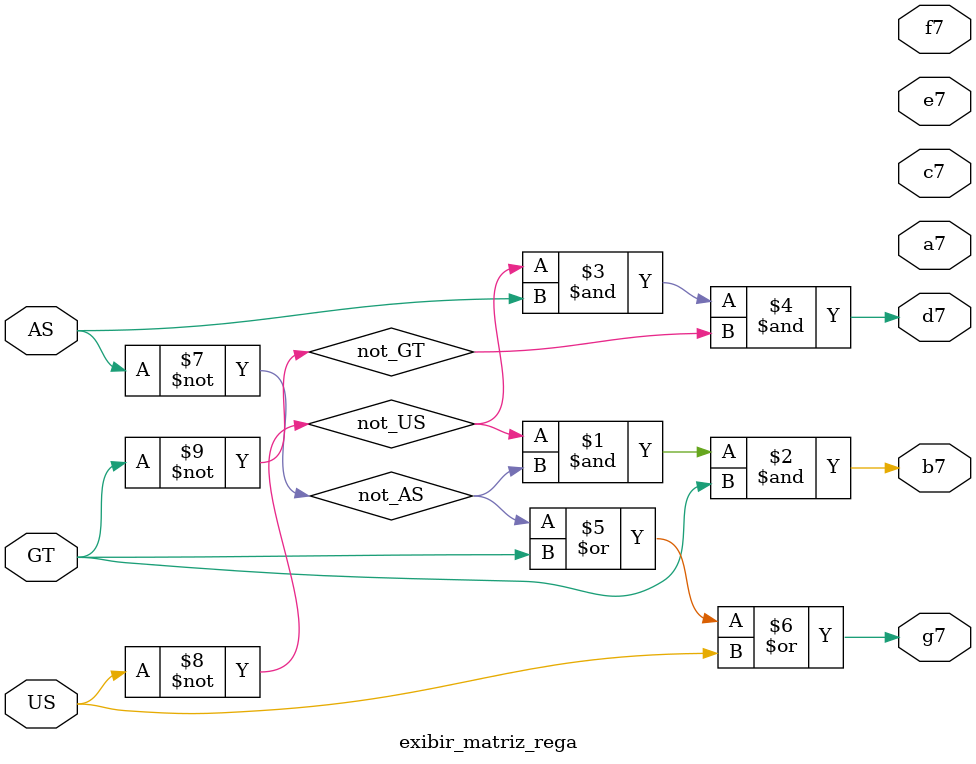
<source format=v>
module exibir_matriz_rega(AS, US, GT, a7, b7, c7, d7, e7, f7, g7);
	input AS, US, GT;
	output a7, b7, c7, d7, e7, f7, g7;
	
	not not0(not_AS, AS);
	not not1(not_US, US);
	not not2(not_GT, GT);
	
	// A, C, E, F São ligadas a todo tempo.
	
	// LED (B)
	and And0(b7, not_US, not_AS, GT);
	
	
	// LED (D)
	and And1(d7, not_US, AS, not_GT);
	
	
	// LED (G)
	or Or0(g7, not_AS, GT, US);


endmodule
</source>
